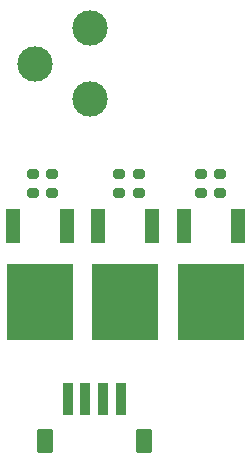
<source format=gbr>
%TF.GenerationSoftware,KiCad,Pcbnew,7.0.7*%
%TF.CreationDate,2024-03-20T19:05:46+01:00*%
%TF.ProjectId,DriverRGB_v2,44726976-6572-4524-9742-5f76322e6b69,v02*%
%TF.SameCoordinates,Original*%
%TF.FileFunction,Soldermask,Top*%
%TF.FilePolarity,Negative*%
%FSLAX46Y46*%
G04 Gerber Fmt 4.6, Leading zero omitted, Abs format (unit mm)*
G04 Created by KiCad (PCBNEW 7.0.7) date 2024-03-20 19:05:46*
%MOMM*%
%LPD*%
G01*
G04 APERTURE LIST*
G04 Aperture macros list*
%AMRoundRect*
0 Rectangle with rounded corners*
0 $1 Rounding radius*
0 $2 $3 $4 $5 $6 $7 $8 $9 X,Y pos of 4 corners*
0 Add a 4 corners polygon primitive as box body*
4,1,4,$2,$3,$4,$5,$6,$7,$8,$9,$2,$3,0*
0 Add four circle primitives for the rounded corners*
1,1,$1+$1,$2,$3*
1,1,$1+$1,$4,$5*
1,1,$1+$1,$6,$7*
1,1,$1+$1,$8,$9*
0 Add four rect primitives between the rounded corners*
20,1,$1+$1,$2,$3,$4,$5,0*
20,1,$1+$1,$4,$5,$6,$7,0*
20,1,$1+$1,$6,$7,$8,$9,0*
20,1,$1+$1,$8,$9,$2,$3,0*%
G04 Aperture macros list end*
%ADD10R,1.250000X2.850000*%
%ADD11R,5.550000X6.500000*%
%ADD12RoundRect,0.102000X0.350000X-1.250000X0.350000X1.250000X-0.350000X1.250000X-0.350000X-1.250000X0*%
%ADD13RoundRect,0.102000X0.550000X-0.950000X0.550000X0.950000X-0.550000X0.950000X-0.550000X-0.950000X0*%
%ADD14C,3.000000*%
%ADD15RoundRect,0.200000X-0.275000X0.200000X-0.275000X-0.200000X0.275000X-0.200000X0.275000X0.200000X0*%
G04 APERTURE END LIST*
D10*
%TO.C,Q1*%
X144697800Y-100365450D03*
X140137800Y-100365450D03*
D11*
X142417800Y-106765450D03*
%TD*%
D12*
%TO.C,J2*%
X144739800Y-115011200D03*
X146239800Y-115011200D03*
X147739800Y-115011200D03*
X149239800Y-115011200D03*
D13*
X142789800Y-118611200D03*
X151189800Y-118611200D03*
%TD*%
D14*
%TO.C,J1*%
X146667000Y-89639400D03*
X146667000Y-83639400D03*
X141967000Y-86639400D03*
%TD*%
D15*
%TO.C,R2*%
X141782800Y-95949000D03*
X141782800Y-97599000D03*
%TD*%
D10*
%TO.C,Q3*%
X159181800Y-100380800D03*
X154621800Y-100380800D03*
D11*
X156901800Y-106780800D03*
%TD*%
D15*
%TO.C,R1*%
X143433800Y-95949000D03*
X143433800Y-97599000D03*
%TD*%
%TO.C,R4*%
X149072600Y-95949000D03*
X149072600Y-97599000D03*
%TD*%
%TO.C,R3*%
X150749000Y-95948000D03*
X150749000Y-97598000D03*
%TD*%
%TO.C,R6*%
X155987400Y-95948200D03*
X155987400Y-97598200D03*
%TD*%
D10*
%TO.C,Q2*%
X151886000Y-100381600D03*
X147326000Y-100381600D03*
D11*
X149606000Y-106781600D03*
%TD*%
D15*
%TO.C,R5*%
X157638400Y-95948200D03*
X157638400Y-97598200D03*
%TD*%
M02*

</source>
